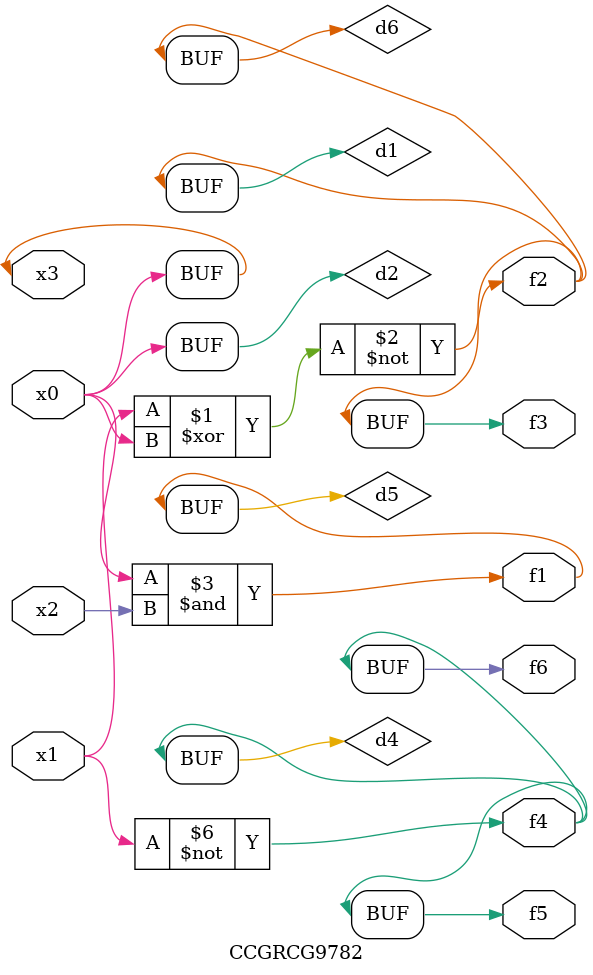
<source format=v>
module CCGRCG9782(
	input x0, x1, x2, x3,
	output f1, f2, f3, f4, f5, f6
);

	wire d1, d2, d3, d4, d5, d6;

	xnor (d1, x1, x3);
	buf (d2, x0, x3);
	nand (d3, x0, x2);
	not (d4, x1);
	nand (d5, d3);
	or (d6, d1);
	assign f1 = d5;
	assign f2 = d6;
	assign f3 = d6;
	assign f4 = d4;
	assign f5 = d4;
	assign f6 = d4;
endmodule

</source>
